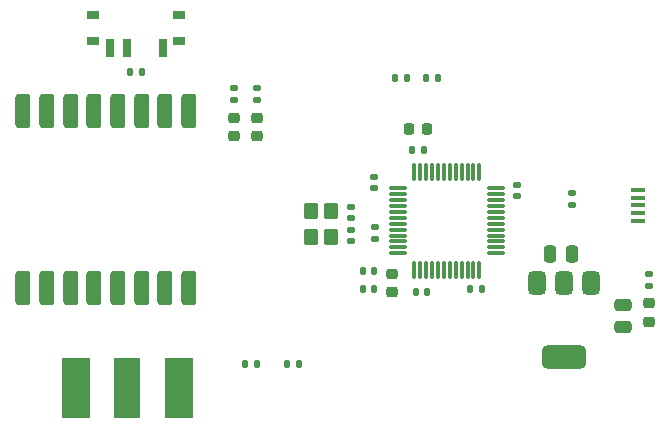
<source format=gbr>
%TF.GenerationSoftware,KiCad,Pcbnew,9.0.3*%
%TF.CreationDate,2025-09-24T15:40:22-07:00*%
%TF.ProjectId,linklet,6c696e6b-6c65-4742-9e6b-696361645f70,rev?*%
%TF.SameCoordinates,Original*%
%TF.FileFunction,Paste,Top*%
%TF.FilePolarity,Positive*%
%FSLAX46Y46*%
G04 Gerber Fmt 4.6, Leading zero omitted, Abs format (unit mm)*
G04 Created by KiCad (PCBNEW 9.0.3) date 2025-09-24 15:40:22*
%MOMM*%
%LPD*%
G01*
G04 APERTURE LIST*
G04 Aperture macros list*
%AMRoundRect*
0 Rectangle with rounded corners*
0 $1 Rounding radius*
0 $2 $3 $4 $5 $6 $7 $8 $9 X,Y pos of 4 corners*
0 Add a 4 corners polygon primitive as box body*
4,1,4,$2,$3,$4,$5,$6,$7,$8,$9,$2,$3,0*
0 Add four circle primitives for the rounded corners*
1,1,$1+$1,$2,$3*
1,1,$1+$1,$4,$5*
1,1,$1+$1,$6,$7*
1,1,$1+$1,$8,$9*
0 Add four rect primitives between the rounded corners*
20,1,$1+$1,$2,$3,$4,$5,0*
20,1,$1+$1,$4,$5,$6,$7,0*
20,1,$1+$1,$6,$7,$8,$9,0*
20,1,$1+$1,$8,$9,$2,$3,0*%
G04 Aperture macros list end*
%ADD10RoundRect,0.140000X0.140000X0.170000X-0.140000X0.170000X-0.140000X-0.170000X0.140000X-0.170000X0*%
%ADD11RoundRect,0.317500X-0.317500X1.157500X-0.317500X-1.157500X0.317500X-1.157500X0.317500X1.157500X0*%
%ADD12RoundRect,0.135000X-0.135000X-0.185000X0.135000X-0.185000X0.135000X0.185000X-0.135000X0.185000X0*%
%ADD13RoundRect,0.225000X-0.225000X-0.250000X0.225000X-0.250000X0.225000X0.250000X-0.225000X0.250000X0*%
%ADD14RoundRect,0.140000X0.170000X-0.140000X0.170000X0.140000X-0.170000X0.140000X-0.170000X-0.140000X0*%
%ADD15RoundRect,0.135000X-0.185000X0.135000X-0.185000X-0.135000X0.185000X-0.135000X0.185000X0.135000X0*%
%ADD16R,1.300000X0.450000*%
%ADD17RoundRect,0.075000X-0.662500X-0.075000X0.662500X-0.075000X0.662500X0.075000X-0.662500X0.075000X0*%
%ADD18RoundRect,0.075000X-0.075000X-0.662500X0.075000X-0.662500X0.075000X0.662500X-0.075000X0.662500X0*%
%ADD19R,1.000000X0.800000*%
%ADD20R,0.700000X1.500000*%
%ADD21R,2.290000X5.080000*%
%ADD22R,2.420000X5.080000*%
%ADD23RoundRect,0.375000X-0.375000X0.625000X-0.375000X-0.625000X0.375000X-0.625000X0.375000X0.625000X0*%
%ADD24RoundRect,0.500000X-1.400000X0.500000X-1.400000X-0.500000X1.400000X-0.500000X1.400000X0.500000X0*%
%ADD25RoundRect,0.250000X-0.350000X0.450000X-0.350000X-0.450000X0.350000X-0.450000X0.350000X0.450000X0*%
%ADD26RoundRect,0.140000X-0.140000X-0.170000X0.140000X-0.170000X0.140000X0.170000X-0.140000X0.170000X0*%
%ADD27RoundRect,0.250000X0.475000X-0.250000X0.475000X0.250000X-0.475000X0.250000X-0.475000X-0.250000X0*%
%ADD28RoundRect,0.218750X0.256250X-0.218750X0.256250X0.218750X-0.256250X0.218750X-0.256250X-0.218750X0*%
%ADD29RoundRect,0.218750X-0.256250X0.218750X-0.256250X-0.218750X0.256250X-0.218750X0.256250X0.218750X0*%
%ADD30RoundRect,0.250000X-0.250000X-0.475000X0.250000X-0.475000X0.250000X0.475000X-0.250000X0.475000X0*%
%ADD31RoundRect,0.135000X0.135000X0.185000X-0.135000X0.185000X-0.135000X-0.185000X0.135000X-0.185000X0*%
%ADD32RoundRect,0.140000X-0.170000X0.140000X-0.170000X-0.140000X0.170000X-0.140000X0.170000X0.140000X0*%
G04 APERTURE END LIST*
D10*
%TO.C,C1*%
X97980000Y-103312500D03*
X97020000Y-103312500D03*
%TD*%
D11*
%TO.C,U3*%
X73200000Y-88225000D03*
X71200000Y-88225000D03*
X69200000Y-88225000D03*
X67200000Y-88225000D03*
X65200000Y-88225000D03*
X63200000Y-88225000D03*
X61200000Y-88225000D03*
X59200000Y-88225000D03*
X59200000Y-103275000D03*
X61200000Y-103275000D03*
X63200000Y-103275000D03*
X65200000Y-103275000D03*
X67200000Y-103275000D03*
X69200000Y-103275000D03*
X71200000Y-103275000D03*
X73200000Y-103275000D03*
%TD*%
D12*
%TO.C,R8*%
X90690000Y-85500000D03*
X91710000Y-85500000D03*
%TD*%
D13*
%TO.C,C5*%
X91825000Y-89812500D03*
X93375000Y-89812500D03*
%TD*%
D14*
%TO.C,C4*%
X88887500Y-94792500D03*
X88887500Y-93832500D03*
%TD*%
D15*
%TO.C,R3*%
X112200000Y-102090000D03*
X112200000Y-103110000D03*
%TD*%
%TO.C,R7*%
X77000000Y-86352500D03*
X77000000Y-87372500D03*
%TD*%
D16*
%TO.C,J1*%
X111245000Y-97540000D03*
X111245000Y-96890000D03*
X111245000Y-96240000D03*
X111245000Y-95590000D03*
X111245000Y-94940000D03*
%TD*%
D10*
%TO.C,C7*%
X88867500Y-101792500D03*
X87907500Y-101792500D03*
%TD*%
D17*
%TO.C,U1*%
X90887500Y-94812500D03*
X90887500Y-95312500D03*
X90887500Y-95812500D03*
X90887500Y-96312500D03*
X90887500Y-96812500D03*
X90887500Y-97312500D03*
X90887500Y-97812500D03*
X90887500Y-98312500D03*
X90887500Y-98812500D03*
X90887500Y-99312500D03*
X90887500Y-99812500D03*
X90887500Y-100312500D03*
D18*
X92300000Y-101725000D03*
X92800000Y-101725000D03*
X93300000Y-101725000D03*
X93800000Y-101725000D03*
X94300000Y-101725000D03*
X94800000Y-101725000D03*
X95300000Y-101725000D03*
X95800000Y-101725000D03*
X96300000Y-101725000D03*
X96800000Y-101725000D03*
X97300000Y-101725000D03*
X97800000Y-101725000D03*
D17*
X99212500Y-100312500D03*
X99212500Y-99812500D03*
X99212500Y-99312500D03*
X99212500Y-98812500D03*
X99212500Y-98312500D03*
X99212500Y-97812500D03*
X99212500Y-97312500D03*
X99212500Y-96812500D03*
X99212500Y-96312500D03*
X99212500Y-95812500D03*
X99212500Y-95312500D03*
X99212500Y-94812500D03*
D18*
X97800000Y-93400000D03*
X97300000Y-93400000D03*
X96800000Y-93400000D03*
X96300000Y-93400000D03*
X95800000Y-93400000D03*
X95300000Y-93400000D03*
X94800000Y-93400000D03*
X94300000Y-93400000D03*
X93800000Y-93400000D03*
X93300000Y-93400000D03*
X92800000Y-93400000D03*
X92300000Y-93400000D03*
%TD*%
D19*
%TO.C,SW1*%
X72400000Y-82310000D03*
X72400000Y-80100000D03*
X65100000Y-82310000D03*
X65100000Y-80100000D03*
D20*
X71000000Y-82960000D03*
X68000000Y-82960000D03*
X66500000Y-82960000D03*
%TD*%
D21*
%TO.C,J6*%
X68000000Y-111700000D03*
D22*
X63620000Y-111700000D03*
X72380000Y-111700000D03*
%TD*%
D14*
%TO.C,C6*%
X89000000Y-99080000D03*
X89000000Y-98120000D03*
%TD*%
D23*
%TO.C,U2*%
X107250000Y-102800000D03*
X104950000Y-102800000D03*
D24*
X104950000Y-109100000D03*
D23*
X102650000Y-102800000D03*
%TD*%
D25*
%TO.C,Y1*%
X83537500Y-96712500D03*
X83537500Y-98912500D03*
X85237500Y-98912500D03*
X85237500Y-96712500D03*
%TD*%
D12*
%TO.C,R9*%
X93290000Y-85500000D03*
X94310000Y-85500000D03*
%TD*%
D14*
%TO.C,C11*%
X86887500Y-99292500D03*
X86887500Y-98332500D03*
%TD*%
D26*
%TO.C,C3*%
X92120000Y-91600000D03*
X93080000Y-91600000D03*
%TD*%
D27*
%TO.C,C13*%
X109950000Y-106550000D03*
X109950000Y-104650000D03*
%TD*%
D14*
%TO.C,C10*%
X86887500Y-97312500D03*
X86887500Y-96352500D03*
%TD*%
D12*
%TO.C,R4*%
X81490000Y-109700000D03*
X82510000Y-109700000D03*
%TD*%
D28*
%TO.C,D2*%
X79000000Y-90400000D03*
X79000000Y-88825000D03*
%TD*%
D12*
%TO.C,R1*%
X68240000Y-85000000D03*
X69260000Y-85000000D03*
%TD*%
D29*
%TO.C,FB1*%
X90387500Y-102025000D03*
X90387500Y-103600000D03*
%TD*%
D15*
%TO.C,R2*%
X105600000Y-95190000D03*
X105600000Y-96210000D03*
%TD*%
%TO.C,R6*%
X79010000Y-86352500D03*
X79010000Y-87372500D03*
%TD*%
D29*
%TO.C,D1*%
X112200000Y-104562500D03*
X112200000Y-106137500D03*
%TD*%
D26*
%TO.C,C9*%
X92407500Y-103562500D03*
X93367500Y-103562500D03*
%TD*%
D28*
%TO.C,D3*%
X77000000Y-90400000D03*
X77000000Y-88825000D03*
%TD*%
D30*
%TO.C,C12*%
X103750000Y-100350000D03*
X105650000Y-100350000D03*
%TD*%
D31*
%TO.C,R5*%
X79010000Y-109700000D03*
X77990000Y-109700000D03*
%TD*%
D10*
%TO.C,C8*%
X88867500Y-103312500D03*
X87907500Y-103312500D03*
%TD*%
D32*
%TO.C,C2*%
X101000000Y-94515000D03*
X101000000Y-95475000D03*
%TD*%
M02*

</source>
